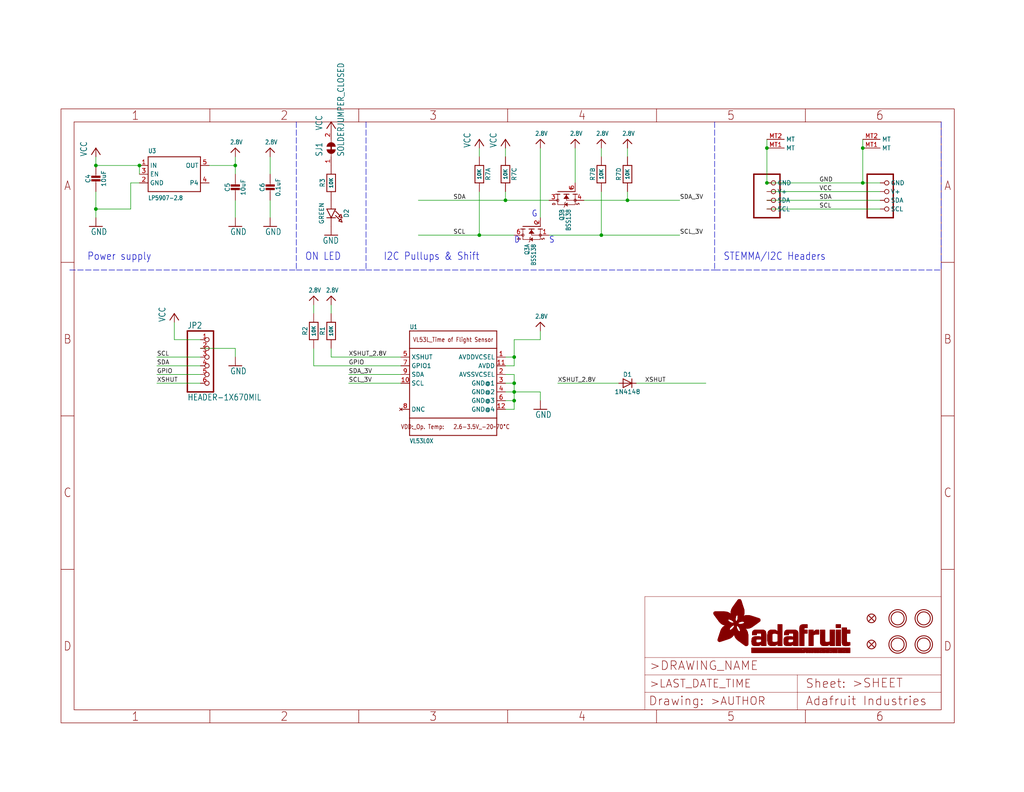
<source format=kicad_sch>
(kicad_sch (version 20211123) (generator eeschema)
  (paper "User" 298.45 231.013)
  (lib_symbols
    (symbol "schematicEagle-eagle-import:2.8V" (power)
      (property "Value" "2.8V" (at -1.524 1.016 0))
      (symbol "2.8V_1_0"
        (pin power_in line (at 0 -2.54 90) (length 2.54) (name "2.8V") (number "1"))
      )
    )
    (symbol "schematicEagle-eagle-import:CAP_CERAMIC0603_NO"
      (property "Reference" "C" (at -2.29 1.25 90))
      (property "Value" "CAP_CERAMIC0603_NO" (at 2.3 1.25 90))
      (symbol "CAP_CERAMIC0603_NO_1_0"
        (pin passive line (at 0 5.08 270) (length 2.54) (name "1") (number "1"))
        (pin passive line (at 0 -2.54 90) (length 2.54) (name "2") (number "2"))
      )
    )
    (symbol "schematicEagle-eagle-import:CAP_CERAMIC0805-NOOUTLINE"
      (property "Reference" "C" (at -2.29 1.25 90))
      (property "Value" "CAP_CERAMIC0805-NOOUTLINE" (at 2.3 1.25 90))
      (symbol "CAP_CERAMIC0805-NOOUTLINE_1_0"
        (pin passive line (at 0 5.08 270) (length 2.54) (name "1") (number "1"))
        (pin passive line (at 0 -2.54 90) (length 2.54) (name "2") (number "2"))
      )
    )
    (symbol "schematicEagle-eagle-import:DIODESOD-323"
      (property "Reference" "D" (at 0 2.54 0))
      (property "Value" "DIODESOD-323" (at 0 -2.5 0))
      (symbol "DIODESOD-323_1_0"
        (pin passive line (at -2.54 0 0) (length 2.54) (name "A") (number "A"))
        (pin passive line (at 2.54 0 180) (length 2.54) (name "C") (number "C"))
      )
    )
    (symbol "schematicEagle-eagle-import:FIDUCIAL_1MM")
    (symbol "schematicEagle-eagle-import:FRAME_A4_ADAFRUIT"
      (symbol "FRAME_A4_ADAFRUIT_0_0"
        (text "1" (at 21.6958 1.905 0) (effects (font (size 2.54 2.286))))
        (text "1" (at 21.6958 177.165 0) (effects (font (size 2.54 2.286))))
        (text "2" (at 65.0875 1.905 0) (effects (font (size 2.54 2.286))))
        (text "2" (at 65.0875 177.165 0) (effects (font (size 2.54 2.286))))
        (text "3" (at 108.4792 1.905 0) (effects (font (size 2.54 2.286))))
        (text "3" (at 108.4792 177.165 0) (effects (font (size 2.54 2.286))))
        (text "4" (at 151.8708 1.905 0) (effects (font (size 2.54 2.286))))
        (text "4" (at 151.8708 177.165 0) (effects (font (size 2.54 2.286))))
        (text "5" (at 195.2625 1.905 0) (effects (font (size 2.54 2.286))))
        (text "5" (at 195.2625 177.165 0) (effects (font (size 2.54 2.286))))
        (text "6" (at 238.6542 1.905 0) (effects (font (size 2.54 2.286))))
        (text "6" (at 238.6542 177.165 0) (effects (font (size 2.54 2.286))))
        (text "A" (at 1.905 156.6863 0) (effects (font (size 2.54 2.286))))
        (text "A" (at 258.445 156.6863 0) (effects (font (size 2.54 2.286))))
        (text "B" (at 1.905 111.9188 0) (effects (font (size 2.54 2.286))))
        (text "B" (at 258.445 111.9188 0) (effects (font (size 2.54 2.286))))
        (text "C" (at 1.905 67.1513 0) (effects (font (size 2.54 2.286))))
        (text "C" (at 258.445 67.1513 0) (effects (font (size 2.54 2.286))))
        (text "D" (at 1.905 22.3838 0) (effects (font (size 2.54 2.286))))
        (text "D" (at 258.445 22.3838 0) (effects (font (size 2.54 2.286))))
      )
      (symbol "FRAME_A4_ADAFRUIT_1_0"
        (text ">AUTHOR" (at 189.23 5.08 0) (effects (font (size 2.286 2.286)) (justify left bottom)))
        (text ">DRAWING_NAME" (at 171.45 15.24 0) (effects (font (size 2.54 2.54)) (justify left bottom)))
        (text ">LAST_DATE_TIME" (at 171.45 10.16 0) (effects (font (size 2.286 2.286)) (justify left bottom)))
        (text ">SHEET" (at 230.505 10.16 0) (effects (font (size 2.54 2.54)) (justify left bottom)))
        (text "Adafruit Industries" (at 216.916 4.953 0) (effects (font (size 2.54 2.54)) (justify left bottom)))
        (text "Drawing:" (at 171.196 4.953 0) (effects (font (size 2.54 2.54)) (justify left bottom)))
        (text "Sheet:" (at 216.916 10.033 0) (effects (font (size 2.54 2.54)) (justify left bottom)))
      )
    )
    (symbol "schematicEagle-eagle-import:GND" (power)
      (property "Value" "GND" (at -2.54 -2.54 0))
      (symbol "GND_1_0"
        (pin power_in line (at 0 2.54 270) (length 2.54) (name "GND") (number "1"))
      )
    )
    (symbol "schematicEagle-eagle-import:HEADER-1X670MIL"
      (property "Reference" "JP" (at -6.35 10.795 0))
      (property "Value" "HEADER-1X670MIL" (at -6.35 -10.16 0))
      (symbol "HEADER-1X670MIL_1_0"
        (pin passive inverted (at -2.54 7.62 0) (length 2.54) (name "1") (number "1"))
        (pin passive inverted (at -2.54 5.08 0) (length 2.54) (name "2") (number "2"))
        (pin passive inverted (at -2.54 2.54 0) (length 2.54) (name "3") (number "3"))
        (pin passive inverted (at -2.54 0 0) (length 2.54) (name "4") (number "4"))
        (pin passive inverted (at -2.54 -2.54 0) (length 2.54) (name "5") (number "5"))
        (pin passive inverted (at -2.54 -5.08 0) (length 2.54) (name "6") (number "6"))
      )
    )
    (symbol "schematicEagle-eagle-import:LED0603_NOOUTLINE"
      (property "Reference" "D" (at -1.27 4.445 0))
      (property "Value" "LED0603_NOOUTLINE" (at -1.27 -2.794 0))
      (symbol "LED0603_NOOUTLINE_1_0"
        (pin passive line (at -5.08 0 0) (length 2.54) (name "A") (number "A"))
        (pin passive line (at 2.54 0 180) (length 2.54) (name "C") (number "C"))
      )
    )
    (symbol "schematicEagle-eagle-import:MOSFET-N_DUAL"
      (property "Reference" "Q" (at 5.08 0.635 0))
      (property "Value" "MOSFET-N_DUAL" (at 5.08 -1.27 0))
      (symbol "MOSFET-N_DUAL_1_0"
        (text "D" (at 3.175 3.175 0) (effects (font (size 0.8128 0.6908)) (justify left bottom)))
        (text "G" (at -1.27 -1.905 0) (effects (font (size 0.8128 0.6908)) (justify left bottom)))
        (text "S" (at 3.175 -3.81 0) (effects (font (size 0.8128 0.6908)) (justify left bottom)))
        (pin bidirectional line (at 2.54 -5.08 90) (length 2.54) (name "S") (number "1"))
        (pin bidirectional line (at -2.54 -2.54 0) (length 2.54) (name "G") (number "2"))
        (pin bidirectional line (at 2.54 5.08 270) (length 2.54) (name "D") (number "6"))
      )
      (symbol "MOSFET-N_DUAL_2_0"
        (text "D" (at 3.175 3.175 0) (effects (font (size 0.8128 0.6908)) (justify left bottom)))
        (text "G" (at -1.27 -1.905 0) (effects (font (size 0.8128 0.6908)) (justify left bottom)))
        (text "S" (at 3.175 -3.81 0) (effects (font (size 0.8128 0.6908)) (justify left bottom)))
        (pin bidirectional line (at 2.54 5.08 270) (length 2.54) (name "D") (number "3"))
        (pin bidirectional line (at 2.54 -5.08 90) (length 2.54) (name "S") (number "4"))
        (pin bidirectional line (at -2.54 -2.54 0) (length 2.54) (name "G") (number "5"))
      )
    )
    (symbol "schematicEagle-eagle-import:MOUNTINGHOLE2.5")
    (symbol "schematicEagle-eagle-import:RESISTOR_0603_NOOUT"
      (property "Reference" "R" (at 0 2.54 0))
      (property "Value" "RESISTOR_0603_NOOUT" (at 0 0 0))
      (symbol "RESISTOR_0603_NOOUT_1_0"
        (pin passive line (at -5.08 0 0) (length 2.54) (name "1") (number "1"))
        (pin passive line (at 5.08 0 180) (length 2.54) (name "2") (number "2"))
      )
    )
    (symbol "schematicEagle-eagle-import:RESISTOR_4PACK"
      (property "Reference" "R" (at 0 2.54 0))
      (property "Value" "RESISTOR_4PACK" (at 0 0 0))
      (symbol "RESISTOR_4PACK_1_0"
        (pin passive line (at -5.08 0 0) (length 2.54) (name "1") (number "1"))
        (pin passive line (at 5.08 0 180) (length 2.54) (name "2") (number "8"))
      )
      (symbol "RESISTOR_4PACK_2_0"
        (pin passive line (at -5.08 0 0) (length 2.54) (name "1") (number "2"))
        (pin passive line (at 5.08 0 180) (length 2.54) (name "2") (number "7"))
      )
      (symbol "RESISTOR_4PACK_3_0"
        (pin passive line (at -5.08 0 0) (length 2.54) (name "1") (number "3"))
        (pin passive line (at 5.08 0 180) (length 2.54) (name "2") (number "6"))
      )
      (symbol "RESISTOR_4PACK_4_0"
        (pin passive line (at -5.08 0 0) (length 2.54) (name "1") (number "4"))
        (pin passive line (at 5.08 0 180) (length 2.54) (name "2") (number "5"))
      )
    )
    (symbol "schematicEagle-eagle-import:SOLDERJUMPER_CLOSED"
      (property "Reference" "SJ" (at -2.54 2.54 0))
      (property "Value" "SOLDERJUMPER_CLOSED" (at -2.54 -3.81 0))
      (symbol "SOLDERJUMPER_CLOSED_1_0"
        (pin passive line (at -5.08 0 0) (length 2.54) (name "1") (number "1"))
        (pin passive line (at 5.08 0 180) (length 2.54) (name "2") (number "2"))
      )
    )
    (symbol "schematicEagle-eagle-import:STEMMA_I2C_QT"
      (symbol "STEMMA_I2C_QT_1_0"
        (pin passive inverted (at 0 5.08 0) (length 2.54) (name "GND") (number "1"))
        (pin passive inverted (at 0 2.54 0) (length 2.54) (name "V+") (number "2"))
        (pin passive inverted (at 0 0 0) (length 2.54) (name "SDA") (number "3"))
        (pin passive inverted (at 0 -2.54 0) (length 2.54) (name "SCL") (number "4"))
      )
      (symbol "STEMMA_I2C_QT_2_0"
        (pin bidirectional line (at 0 0 0) (length 5.08) (name "MT") (number "MT1"))
      )
      (symbol "STEMMA_I2C_QT_3_0"
        (pin bidirectional line (at 0 0 0) (length 5.08) (name "MT") (number "MT2"))
      )
    )
    (symbol "schematicEagle-eagle-import:VCC" (power)
      (property "Value" "VCC" (at -2.54 -2.54 90))
      (symbol "VCC_1_0"
        (pin power_in line (at 0 -2.54 90) (length 2.54) (name "VCC") (number "1"))
      )
    )
    (symbol "schematicEagle-eagle-import:VL53L0X"
      (property "Reference" "U" (at -12.7 15.7226 0))
      (property "Value" "VL53L0X" (at -12.7 -17.5514 0))
      (symbol "VL53L0X_1_0"
        (text "2.6-3.5V_-20~70°C" (at 0 -12.7 0) (effects (font (size 1.27 1.0795)) (justify left)))
        (text "VDD:_Op. Temp:" (at -2.54 -12.7 0) (effects (font (size 1.27 1.0795)) (justify right)))
        (text "VL53L_Time of Flight Sensor" (at 0 12.7 0) (effects (font (size 1.27 1.0795))))
        (pin power_in line (at 15.24 7.62 180) (length 2.54) (name "AVDDVCSEL") (number "1"))
        (pin open_collector line (at -15.24 0 0) (length 2.54) (name "SCL") (number "10"))
        (pin power_in line (at 15.24 5.08 180) (length 2.54) (name "AVDD") (number "11"))
        (pin power_in line (at 15.24 -7.62 180) (length 2.54) (name "GND@4") (number "12"))
        (pin power_in line (at 15.24 2.54 180) (length 2.54) (name "AVSSVCSEL") (number "2"))
        (pin power_in line (at 15.24 0 180) (length 2.54) (name "GND@1") (number "3"))
        (pin power_in line (at 15.24 -2.54 180) (length 2.54) (name "GND@2") (number "4"))
        (pin input line (at -15.24 7.62 0) (length 2.54) (name "XSHUT") (number "5"))
        (pin power_in line (at 15.24 -5.08 180) (length 2.54) (name "GND@3") (number "6"))
        (pin output line (at -15.24 5.08 0) (length 2.54) (name "GPIO1") (number "7"))
        (pin no_connect line (at -15.24 -7.62 0) (length 2.54) (name "DNC") (number "8"))
        (pin open_collector line (at -15.24 2.54 0) (length 2.54) (name "SDA") (number "9"))
      )
    )
    (symbol "schematicEagle-eagle-import:VREG_SOT23-5"
      (property "Reference" "U" (at -7.62 6.096 0))
      (property "Value" "VREG_SOT23-5" (at -7.62 -7.62 0))
      (symbol "VREG_SOT23-5_1_0"
        (pin power_in line (at -10.16 2.54 0) (length 2.54) (name "IN") (number "1"))
        (pin power_in line (at -10.16 -2.54 0) (length 2.54) (name "GND") (number "2"))
        (pin input line (at -10.16 0 0) (length 2.54) (name "EN") (number "3"))
        (pin bidirectional line (at 10.16 -2.54 180) (length 2.54) (name "P4") (number "4"))
        (pin power_in line (at 10.16 2.54 180) (length 2.54) (name "OUT") (number "5"))
      )
    )
  )
  (junction (at 147.32 58.42))
  (junction (at 139.7 68.58))
  (junction (at 182.88 58.42))
  (junction (at 223.52 43.18))
  (junction (at 223.52 53.34))
  (junction (at 149.86 111.76))
  (junction (at 27.94 60.96))
  (junction (at 149.86 114.3))
  (junction (at 149.86 104.14))
  (junction (at 251.46 53.34))
  (junction (at 68.58 48.26))
  (junction (at 175.26 68.58))
  (junction (at 40.64 48.26))
  (junction (at 27.94 48.26))
  (junction (at 149.86 116.84))
  (junction (at 251.46 43.18))
  (wire (pts (xy 149.86 104.14) (xy 149.86 99.06)))
  (wire (pts (xy 27.94 60.96) (xy 27.94 63.5)))
  (wire (pts (xy 91.44 91.44) (xy 91.44 88.9)))
  (polyline (pts (xy 106.68 78.74) (xy 208.28 78.74)))
  (wire (pts (xy 180.34 111.76) (xy 162.56 111.76)))
  (wire (pts (xy 256.54 58.42) (xy 223.52 58.42)))
  (wire (pts (xy 58.42 104.14) (xy 45.72 104.14)))
  (wire (pts (xy 205.74 111.76) (xy 185.42 111.76)))
  (wire (pts (xy 170.18 58.42) (xy 182.88 58.42)))
  (wire (pts (xy 182.88 45.72) (xy 182.88 43.18)))
  (polyline (pts (xy 106.68 35.56) (xy 106.68 78.74)))
  (wire (pts (xy 147.32 111.76) (xy 149.86 111.76)))
  (wire (pts (xy 38.1 53.34) (xy 38.1 60.96)))
  (wire (pts (xy 147.32 104.14) (xy 149.86 104.14)))
  (wire (pts (xy 157.48 114.3) (xy 157.48 116.84)))
  (wire (pts (xy 147.32 55.88) (xy 147.32 58.42)))
  (wire (pts (xy 149.86 111.76) (xy 149.86 114.3)))
  (wire (pts (xy 78.74 58.42) (xy 78.74 63.5)))
  (wire (pts (xy 149.86 109.22) (xy 149.86 111.76)))
  (wire (pts (xy 149.86 68.58) (xy 139.7 68.58)))
  (wire (pts (xy 116.84 109.22) (xy 101.6 109.22)))
  (wire (pts (xy 116.84 106.68) (xy 91.44 106.68)))
  (polyline (pts (xy 86.36 78.74) (xy 106.68 78.74)))
  (wire (pts (xy 139.7 68.58) (xy 121.92 68.58)))
  (wire (pts (xy 251.46 43.18) (xy 251.46 53.34)))
  (wire (pts (xy 149.86 114.3) (xy 157.48 114.3)))
  (wire (pts (xy 40.64 48.26) (xy 27.94 48.26)))
  (wire (pts (xy 147.32 116.84) (xy 149.86 116.84)))
  (wire (pts (xy 182.88 58.42) (xy 198.12 58.42)))
  (wire (pts (xy 147.32 114.3) (xy 149.86 114.3)))
  (wire (pts (xy 223.52 55.88) (xy 256.54 55.88)))
  (wire (pts (xy 38.1 60.96) (xy 27.94 60.96)))
  (wire (pts (xy 68.58 101.6) (xy 68.58 104.14)))
  (wire (pts (xy 149.86 106.68) (xy 149.86 104.14)))
  (wire (pts (xy 160.02 58.42) (xy 147.32 58.42)))
  (polyline (pts (xy 208.28 35.56) (xy 208.28 78.74)))
  (wire (pts (xy 60.96 48.26) (xy 68.58 48.26)))
  (wire (pts (xy 175.26 68.58) (xy 198.12 68.58)))
  (wire (pts (xy 27.94 45.72) (xy 27.94 48.26)))
  (wire (pts (xy 58.42 101.6) (xy 68.58 101.6)))
  (wire (pts (xy 147.32 119.38) (xy 149.86 119.38)))
  (wire (pts (xy 147.32 45.72) (xy 147.32 43.18)))
  (wire (pts (xy 149.86 116.84) (xy 149.86 114.3)))
  (wire (pts (xy 139.7 55.88) (xy 139.7 68.58)))
  (wire (pts (xy 157.48 99.06) (xy 157.48 96.52)))
  (wire (pts (xy 175.26 45.72) (xy 175.26 43.18)))
  (polyline (pts (xy 86.36 35.56) (xy 86.36 78.74)))
  (wire (pts (xy 68.58 48.26) (xy 68.58 45.72)))
  (wire (pts (xy 147.32 109.22) (xy 149.86 109.22)))
  (wire (pts (xy 50.8 99.06) (xy 50.8 93.98)))
  (wire (pts (xy 223.52 40.64) (xy 223.52 43.18)))
  (wire (pts (xy 175.26 55.88) (xy 175.26 68.58)))
  (wire (pts (xy 147.32 106.68) (xy 149.86 106.68)))
  (wire (pts (xy 78.74 45.72) (xy 78.74 50.8)))
  (wire (pts (xy 160.02 68.58) (xy 175.26 68.58)))
  (wire (pts (xy 96.52 91.44) (xy 96.52 88.9)))
  (wire (pts (xy 223.52 43.18) (xy 223.52 53.34)))
  (wire (pts (xy 58.42 106.68) (xy 45.72 106.68)))
  (wire (pts (xy 91.44 106.68) (xy 91.44 101.6)))
  (wire (pts (xy 256.54 53.34) (xy 251.46 53.34)))
  (wire (pts (xy 58.42 111.76) (xy 45.72 111.76)))
  (wire (pts (xy 40.64 50.8) (xy 40.64 48.26)))
  (polyline (pts (xy 274.32 35.56) (xy 274.32 78.74)))
  (wire (pts (xy 147.32 58.42) (xy 121.92 58.42)))
  (wire (pts (xy 58.42 99.06) (xy 50.8 99.06)))
  (wire (pts (xy 139.7 43.18) (xy 139.7 45.72)))
  (polyline (pts (xy 208.28 78.74) (xy 274.32 78.74)))
  (wire (pts (xy 40.64 53.34) (xy 38.1 53.34)))
  (wire (pts (xy 27.94 60.96) (xy 27.94 55.88)))
  (wire (pts (xy 149.86 99.06) (xy 157.48 99.06)))
  (wire (pts (xy 251.46 53.34) (xy 223.52 53.34)))
  (wire (pts (xy 96.52 104.14) (xy 96.52 101.6)))
  (wire (pts (xy 251.46 40.64) (xy 251.46 43.18)))
  (polyline (pts (xy 20.32 78.74) (xy 86.36 78.74)))
  (wire (pts (xy 149.86 119.38) (xy 149.86 116.84)))
  (wire (pts (xy 68.58 58.42) (xy 68.58 63.5)))
  (wire (pts (xy 58.42 109.22) (xy 45.72 109.22)))
  (wire (pts (xy 116.84 111.76) (xy 101.6 111.76)))
  (wire (pts (xy 182.88 55.88) (xy 182.88 58.42)))
  (wire (pts (xy 167.64 53.34) (xy 167.64 43.18)))
  (wire (pts (xy 223.52 60.96) (xy 256.54 60.96)))
  (wire (pts (xy 157.48 63.5) (xy 157.48 43.18)))
  (wire (pts (xy 116.84 104.14) (xy 96.52 104.14)))
  (wire (pts (xy 68.58 48.26) (xy 68.58 50.8)))
  (text "ON LED" (at 88.9 76.2 180) (effects (font (size 2.1844 1.8567)) (justify left bottom)))
  (text "S" (at 160.02 71.12 180) (effects (font (size 1.778 1.5113)) (justify left bottom)))
  (text "Power supply" (at 25.4 76.2 180) (effects (font (size 2.1844 1.8567)) (justify left bottom)))
  (text "I2C Pullups & Shift" (at 111.76 76.2 180) (effects (font (size 2.1844 1.8567)) (justify left bottom)))
  (text "G" (at 154.94 63.5 180) (effects (font (size 1.778 1.5113)) (justify left bottom)))
  (text "STEMMA/I2C Headers" (at 210.82 76.2 180) (effects (font (size 2.1844 1.8567)) (justify left bottom)))
  (text "D" (at 149.86 71.12 180) (effects (font (size 1.778 1.5113)) (justify left bottom)))
  (label "GND" (at 238.76 53.34 0) (effects (font (size 1.2446 1.2446))))
  (label "SCL" (at 238.76 60.96 0) (effects (font (size 1.2446 1.2446))))
  (label "SDA" (at 132.08 58.42 0) (effects (font (size 1.2446 1.2446))))
  (label "SCL" (at 132.08 68.58 0) (effects (font (size 1.2446 1.2446))))
  (label "XSHUT_2.8V" (at 162.56 111.76 0) (effects (font (size 1.2446 1.2446))))
  (label "SCL_3V" (at 101.6 111.76 0) (effects (font (size 1.2446 1.2446))))
  (label "GPIO" (at 45.72 109.22 0) (effects (font (size 1.2446 1.2446))))
  (label "SDA" (at 238.76 58.42 0) (effects (font (size 1.2446 1.2446))))
  (label "SDA_3V" (at 198.12 58.42 0) (effects (font (size 1.2446 1.2446))))
  (label "XSHUT_2.8V" (at 101.6 104.14 0) (effects (font (size 1.2446 1.2446))))
  (label "XSHUT" (at 45.72 111.76 0) (effects (font (size 1.2446 1.2446))))
  (label "VCC" (at 238.76 55.88 0) (effects (font (size 1.2446 1.2446))))
  (label "SCL" (at 45.72 104.14 0) (effects (font (size 1.2446 1.2446))))
  (label "XSHUT" (at 187.96 111.76 0) (effects (font (size 1.2446 1.2446))))
  (label "SDA_3V" (at 101.6 109.22 0) (effects (font (size 1.2446 1.2446))))
  (label "GPIO" (at 101.6 106.68 0) (effects (font (size 1.2446 1.2446))))
  (label "SDA" (at 45.72 106.68 0) (effects (font (size 1.2446 1.2446))))
  (label "SCL_3V" (at 198.12 68.58 0) (effects (font (size 1.2446 1.2446))))
  (symbol (lib_id "schematicEagle-eagle-import:VCC") (at 147.32 40.64 0) (unit 1)
    (property "Reference" "#P+2" (effects hide))
    (property "Value" "VCC" (at 144.78 43.18 90) (effects (font (size 1.778 1.5113)) (justify left bottom)))
    (property "Footprint" "schematicEagle:" (effects hide))
  )
  (symbol (lib_id "schematicEagle-eagle-import:FRAME_A4_ADAFRUIT") (at 17.78 210.82 0) (unit 1)
    (property "Reference" "#U$32" (effects hide))
    (property "Value" "FRAME_A4_ADAFRUIT" (effects hide))
    (property "Footprint" "schematicEagle:" (effects hide))
  )
  (symbol (lib_id "schematicEagle-eagle-import:RESISTOR_4PACK") (at 182.88 50.8 90) (mirror x) (unit 4)
    (property "Reference" "R7" (at 180.34 50.8 0))
    (property "Value" "10K" (at 182.88 50.8 0) (effects (font (size 1.016 1.016) bold)))
    (property "Footprint" "schematicEagle:RESPACK_4X0603" (effects hide))
  )
  (symbol (lib_id "schematicEagle-eagle-import:DIODESOD-323") (at 182.88 111.76 0) (unit 1)
    (property "Reference" "D1" (at 182.88 109.22 0))
    (property "Value" "1N4148" (at 182.88 114.26 0))
    (property "Footprint" "schematicEagle:SOD-323" (effects hide))
  )
  (symbol (lib_id "schematicEagle-eagle-import:VL53L0X") (at 132.08 111.76 0) (unit 1)
    (property "Reference" "U1" (at 119.38 96.0374 0) (effects (font (size 1.27 1.0795)) (justify left bottom)))
    (property "Value" "VL53L0X" (at 119.38 129.3114 0) (effects (font (size 1.27 1.0795)) (justify left bottom)))
    (property "Footprint" "schematicEagle:LGA12_ST" (effects hide))
  )
  (symbol (lib_id "schematicEagle-eagle-import:GND") (at 27.94 66.04 0) (unit 1)
    (property "Reference" "#U$19" (effects hide))
    (property "Value" "GND" (at 26.416 68.58 0) (effects (font (size 1.778 1.5113)) (justify left bottom)))
    (property "Footprint" "schematicEagle:" (effects hide))
  )
  (symbol (lib_id "schematicEagle-eagle-import:VCC") (at 139.7 40.64 0) (unit 1)
    (property "Reference" "#P+1" (effects hide))
    (property "Value" "VCC" (at 137.16 43.18 90) (effects (font (size 1.778 1.5113)) (justify left bottom)))
    (property "Footprint" "schematicEagle:" (effects hide))
  )
  (symbol (lib_id "schematicEagle-eagle-import:VCC") (at 27.94 43.18 0) (unit 1)
    (property "Reference" "#P+3" (effects hide))
    (property "Value" "VCC" (at 25.4 45.72 90) (effects (font (size 1.778 1.5113)) (justify left bottom)))
    (property "Footprint" "schematicEagle:" (effects hide))
  )
  (symbol (lib_id "schematicEagle-eagle-import:2.8V") (at 96.52 86.36 0) (unit 1)
    (property "Reference" "#U$10" (effects hide))
    (property "Value" "2.8V" (at 94.996 85.344 0) (effects (font (size 1.27 1.0795)) (justify left bottom)))
    (property "Footprint" "schematicEagle:" (effects hide))
  )
  (symbol (lib_id "schematicEagle-eagle-import:FIDUCIAL_1MM") (at 254 187.96 0) (unit 1)
    (property "Reference" "FID1" (effects hide))
    (property "Value" "FIDUCIAL_1MM" (effects hide))
    (property "Footprint" "schematicEagle:FIDUCIAL_1MM" (effects hide))
  )
  (symbol (lib_id "schematicEagle-eagle-import:2.8V") (at 182.88 40.64 0) (unit 1)
    (property "Reference" "#U$27" (effects hide))
    (property "Value" "2.8V" (at 181.356 39.624 0) (effects (font (size 1.27 1.0795)) (justify left bottom)))
    (property "Footprint" "schematicEagle:" (effects hide))
  )
  (symbol (lib_id "schematicEagle-eagle-import:RESISTOR_4PACK") (at 175.26 50.8 90) (mirror x) (unit 2)
    (property "Reference" "R7" (at 172.72 50.8 0))
    (property "Value" "10K" (at 175.26 50.8 0) (effects (font (size 1.016 1.016) bold)))
    (property "Footprint" "schematicEagle:RESPACK_4X0603" (effects hide))
  )
  (symbol (lib_id "schematicEagle-eagle-import:MOUNTINGHOLE2.5") (at 269.24 187.96 0) (unit 1)
    (property "Reference" "U$34" (effects hide))
    (property "Value" "MOUNTINGHOLE2.5" (effects hide))
    (property "Footprint" "schematicEagle:MOUNTINGHOLE_2.5_PLATED" (effects hide))
  )
  (symbol (lib_id "schematicEagle-eagle-import:RESISTOR_4PACK") (at 147.32 50.8 270) (unit 3)
    (property "Reference" "R7" (at 149.86 50.8 0))
    (property "Value" "10K" (at 147.32 50.8 0) (effects (font (size 1.016 1.016) bold)))
    (property "Footprint" "schematicEagle:RESPACK_4X0603" (effects hide))
  )
  (symbol (lib_id "schematicEagle-eagle-import:SOLDERJUMPER_CLOSED") (at 96.52 43.18 90) (unit 1)
    (property "Reference" "SJ1" (at 93.98 45.72 0) (effects (font (size 1.778 1.5113)) (justify left bottom)))
    (property "Value" "SOLDERJUMPER_CLOSED" (at 100.33 45.72 0) (effects (font (size 1.778 1.5113)) (justify left bottom)))
    (property "Footprint" "schematicEagle:SOLDERJUMPER_CLOSEDWIRE" (effects hide))
  )
  (symbol (lib_id "schematicEagle-eagle-import:GND") (at 78.74 66.04 0) (unit 1)
    (property "Reference" "#U$21" (effects hide))
    (property "Value" "GND" (at 77.216 68.58 0) (effects (font (size 1.778 1.5113)) (justify left bottom)))
    (property "Footprint" "schematicEagle:" (effects hide))
  )
  (symbol (lib_id "schematicEagle-eagle-import:2.8V") (at 78.74 43.18 0) (unit 1)
    (property "Reference" "#U$40" (effects hide))
    (property "Value" "2.8V" (at 77.216 42.164 0) (effects (font (size 1.27 1.0795)) (justify left bottom)))
    (property "Footprint" "schematicEagle:" (effects hide))
  )
  (symbol (lib_id "schematicEagle-eagle-import:VREG_SOT23-5") (at 50.8 50.8 0) (unit 1)
    (property "Reference" "U3" (at 43.18 44.704 0) (effects (font (size 1.27 1.0795)) (justify left bottom)))
    (property "Value" "LP5907-2.8" (at 43.18 58.42 0) (effects (font (size 1.27 1.0795)) (justify left bottom)))
    (property "Footprint" "schematicEagle:SOT23-5" (effects hide))
  )
  (symbol (lib_id "schematicEagle-eagle-import:VCC") (at 96.52 35.56 0) (unit 1)
    (property "Reference" "#P+5" (effects hide))
    (property "Value" "VCC" (at 93.98 38.1 90) (effects (font (size 1.778 1.5113)) (justify left bottom)))
    (property "Footprint" "schematicEagle:" (effects hide))
  )
  (symbol (lib_id "schematicEagle-eagle-import:LED0603_NOOUTLINE") (at 96.52 63.5 270) (unit 1)
    (property "Reference" "D2" (at 100.965 62.23 0))
    (property "Value" "GREEN" (at 93.726 62.23 0))
    (property "Footprint" "schematicEagle:CHIPLED_0603_NOOUTLINE" (effects hide))
  )
  (symbol (lib_id "schematicEagle-eagle-import:2.8V") (at 175.26 40.64 0) (unit 1)
    (property "Reference" "#U$26" (effects hide))
    (property "Value" "2.8V" (at 173.736 39.624 0) (effects (font (size 1.27 1.0795)) (justify left bottom)))
    (property "Footprint" "schematicEagle:" (effects hide))
  )
  (symbol (lib_id "schematicEagle-eagle-import:CAP_CERAMIC0805-NOOUTLINE") (at 68.58 55.88 0) (unit 1)
    (property "Reference" "C5" (at 66.29 54.63 90))
    (property "Value" "10uF" (at 70.88 54.63 90))
    (property "Footprint" "schematicEagle:0805-NO" (effects hide))
  )
  (symbol (lib_id "schematicEagle-eagle-import:RESISTOR_0603_NOOUT") (at 96.52 96.52 90) (unit 1)
    (property "Reference" "R1" (at 93.98 96.52 0))
    (property "Value" "10K" (at 96.52 96.52 0) (effects (font (size 1.016 1.016) bold)))
    (property "Footprint" "schematicEagle:0603-NO" (effects hide))
  )
  (symbol (lib_id "schematicEagle-eagle-import:2.8V") (at 68.58 43.18 0) (unit 1)
    (property "Reference" "#U$23" (effects hide))
    (property "Value" "2.8V" (at 67.056 42.164 0) (effects (font (size 1.27 1.0795)) (justify left bottom)))
    (property "Footprint" "schematicEagle:" (effects hide))
  )
  (symbol (lib_id "schematicEagle-eagle-import:STEMMA_I2C_QT") (at 223.52 40.64 0) (unit 3)
    (property "Reference" "CONN3" (effects hide))
    (property "Value" "STEMMA_I2C_QT" (effects hide))
    (property "Footprint" "schematicEagle:JST_SH4" (effects hide))
  )
  (symbol (lib_id "schematicEagle-eagle-import:MOUNTINGHOLE2.5") (at 269.24 180.34 0) (unit 1)
    (property "Reference" "U$33" (effects hide))
    (property "Value" "MOUNTINGHOLE2.5" (effects hide))
    (property "Footprint" "schematicEagle:MOUNTINGHOLE_2.5_PLATED" (effects hide))
  )
  (symbol (lib_id "schematicEagle-eagle-import:2.8V") (at 157.48 93.98 0) (unit 1)
    (property "Reference" "#U$16" (effects hide))
    (property "Value" "2.8V" (at 155.956 92.964 0) (effects (font (size 1.27 1.0795)) (justify left bottom)))
    (property "Footprint" "schematicEagle:" (effects hide))
  )
  (symbol (lib_id "schematicEagle-eagle-import:VCC") (at 50.8 91.44 0) (unit 1)
    (property "Reference" "#P+4" (effects hide))
    (property "Value" "VCC" (at 48.26 93.98 90) (effects (font (size 1.778 1.5113)) (justify left bottom)))
    (property "Footprint" "schematicEagle:" (effects hide))
  )
  (symbol (lib_id "schematicEagle-eagle-import:2.8V") (at 157.48 40.64 0) (unit 1)
    (property "Reference" "#U$24" (effects hide))
    (property "Value" "2.8V" (at 155.956 39.624 0) (effects (font (size 1.27 1.0795)) (justify left bottom)))
    (property "Footprint" "schematicEagle:" (effects hide))
  )
  (symbol (lib_id "schematicEagle-eagle-import:STEMMA_I2C_QT") (at 256.54 58.42 0) (unit 1)
    (property "Reference" "CONN4" (effects hide))
    (property "Value" "STEMMA_I2C_QT" (effects hide))
    (property "Footprint" "schematicEagle:JST_SH4" (effects hide))
  )
  (symbol (lib_id "schematicEagle-eagle-import:CAP_CERAMIC0805-NOOUTLINE") (at 27.94 53.34 0) (unit 1)
    (property "Reference" "C4" (at 25.65 52.09 90))
    (property "Value" "10uF" (at 30.24 52.09 90))
    (property "Footprint" "schematicEagle:0805-NO" (effects hide))
  )
  (symbol (lib_id "schematicEagle-eagle-import:CAP_CERAMIC0603_NO") (at 78.74 55.88 0) (unit 1)
    (property "Reference" "C6" (at 76.45 54.63 90))
    (property "Value" "0.1uF" (at 81.04 54.63 90))
    (property "Footprint" "schematicEagle:0603-NO" (effects hide))
  )
  (symbol (lib_id "schematicEagle-eagle-import:MOSFET-N_DUAL") (at 154.94 66.04 90) (mirror x) (unit 1)
    (property "Reference" "Q3" (at 154.305 71.12 0) (effects (font (size 1.27 1.0795)) (justify left bottom)))
    (property "Value" "BSS138" (at 156.21 71.12 0) (effects (font (size 1.27 1.0795)) (justify left bottom)))
    (property "Footprint" "schematicEagle:SOT363" (effects hide))
  )
  (symbol (lib_id "schematicEagle-eagle-import:RESISTOR_4PACK") (at 139.7 50.8 270) (unit 1)
    (property "Reference" "R7" (at 142.24 50.8 0))
    (property "Value" "10K" (at 139.7 50.8 0) (effects (font (size 1.016 1.016) bold)))
    (property "Footprint" "schematicEagle:RESPACK_4X0603" (effects hide))
  )
  (symbol (lib_id "schematicEagle-eagle-import:FIDUCIAL_1MM") (at 254 180.34 0) (unit 1)
    (property "Reference" "FID4" (effects hide))
    (property "Value" "FIDUCIAL_1MM" (effects hide))
    (property "Footprint" "schematicEagle:FIDUCIAL_1MM" (effects hide))
  )
  (symbol (lib_id "schematicEagle-eagle-import:STEMMA_I2C_QT") (at 251.46 43.18 0) (unit 2)
    (property "Reference" "CONN4" (effects hide))
    (property "Value" "STEMMA_I2C_QT" (effects hide))
    (property "Footprint" "schematicEagle:JST_SH4" (effects hide))
  )
  (symbol (lib_id "schematicEagle-eagle-import:MOUNTINGHOLE2.5") (at 261.62 187.96 0) (unit 1)
    (property "Reference" "U$30" (effects hide))
    (property "Value" "MOUNTINGHOLE2.5" (effects hide))
    (property "Footprint" "schematicEagle:MOUNTINGHOLE_2.5_PLATED" (effects hide))
  )
  (symbol (lib_id "schematicEagle-eagle-import:2.8V") (at 167.64 40.64 0) (unit 1)
    (property "Reference" "#U$25" (effects hide))
    (property "Value" "2.8V" (at 166.116 39.624 0) (effects (font (size 1.27 1.0795)) (justify left bottom)))
    (property "Footprint" "schematicEagle:" (effects hide))
  )
  (symbol (lib_id "schematicEagle-eagle-import:RESISTOR_0603_NOOUT") (at 91.44 96.52 90) (unit 1)
    (property "Reference" "R2" (at 88.9 96.52 0))
    (property "Value" "10K" (at 91.44 96.52 0) (effects (font (size 1.016 1.016) bold)))
    (property "Footprint" "schematicEagle:0603-NO" (effects hide))
  )
  (symbol (lib_id "schematicEagle-eagle-import:2.8V") (at 91.44 86.36 0) (unit 1)
    (property "Reference" "#U$9" (effects hide))
    (property "Value" "2.8V" (at 89.916 85.344 0) (effects (font (size 1.27 1.0795)) (justify left bottom)))
    (property "Footprint" "schematicEagle:" (effects hide))
  )
  (symbol (lib_id "schematicEagle-eagle-import:RESISTOR_0603_NOOUT") (at 96.52 53.34 90) (unit 1)
    (property "Reference" "R3" (at 93.98 53.34 0))
    (property "Value" "10K" (at 96.52 53.34 0) (effects (font (size 1.016 1.016) bold)))
    (property "Footprint" "schematicEagle:0603-NO" (effects hide))
  )
  (symbol (lib_id "schematicEagle-eagle-import:GND") (at 68.58 106.68 0) (unit 1)
    (property "Reference" "#U$22" (effects hide))
    (property "Value" "GND" (at 67.056 109.22 0) (effects (font (size 1.778 1.5113)) (justify left bottom)))
    (property "Footprint" "schematicEagle:" (effects hide))
  )
  (symbol (lib_id "schematicEagle-eagle-import:STEMMA_I2C_QT") (at 251.46 40.64 0) (unit 3)
    (property "Reference" "CONN4" (effects hide))
    (property "Value" "STEMMA_I2C_QT" (effects hide))
    (property "Footprint" "schematicEagle:JST_SH4" (effects hide))
  )
  (symbol (lib_id "schematicEagle-eagle-import:STEMMA_I2C_QT") (at 223.52 58.42 0) (unit 1)
    (property "Reference" "CONN3" (effects hide))
    (property "Value" "STEMMA_I2C_QT" (effects hide))
    (property "Footprint" "schematicEagle:JST_SH4" (effects hide))
  )
  (symbol (lib_id "schematicEagle-eagle-import:STEMMA_I2C_QT") (at 223.52 43.18 0) (unit 2)
    (property "Reference" "CONN3" (effects hide))
    (property "Value" "STEMMA_I2C_QT" (effects hide))
    (property "Footprint" "schematicEagle:JST_SH4" (effects hide))
  )
  (symbol (lib_id "schematicEagle-eagle-import:HEADER-1X670MIL") (at 60.96 106.68 0) (unit 1)
    (property "Reference" "JP2" (at 54.61 95.885 0) (effects (font (size 1.778 1.5113)) (justify left bottom)))
    (property "Value" "HEADER-1X670MIL" (at 54.61 116.84 0) (effects (font (size 1.778 1.5113)) (justify left bottom)))
    (property "Footprint" "schematicEagle:1X06_ROUND_70" (effects hide))
  )
  (symbol (lib_id "schematicEagle-eagle-import:GND") (at 96.52 68.58 0) (unit 1)
    (property "Reference" "#GND6" (effects hide))
    (property "Value" "GND" (at 93.98 71.12 0) (effects (font (size 1.778 1.5113)) (justify left bottom)))
    (property "Footprint" "schematicEagle:" (effects hide))
  )
  (symbol (lib_id "schematicEagle-eagle-import:GND") (at 68.58 66.04 0) (unit 1)
    (property "Reference" "#U$20" (effects hide))
    (property "Value" "GND" (at 67.056 68.58 0) (effects (font (size 1.778 1.5113)) (justify left bottom)))
    (property "Footprint" "schematicEagle:" (effects hide))
  )
  (symbol (lib_id "schematicEagle-eagle-import:MOUNTINGHOLE2.5") (at 261.62 180.34 0) (unit 1)
    (property "Reference" "U$31" (effects hide))
    (property "Value" "MOUNTINGHOLE2.5" (effects hide))
    (property "Footprint" "schematicEagle:MOUNTINGHOLE_2.5_PLATED" (effects hide))
  )
  (symbol (lib_id "schematicEagle-eagle-import:GND") (at 157.48 119.38 0) (unit 1)
    (property "Reference" "#U$4" (effects hide))
    (property "Value" "GND" (at 155.956 121.92 0) (effects (font (size 1.778 1.5113)) (justify left bottom)))
    (property "Footprint" "schematicEagle:" (effects hide))
  )
  (symbol (lib_id "schematicEagle-eagle-import:MOSFET-N_DUAL") (at 165.1 55.88 90) (mirror x) (unit 2)
    (property "Reference" "Q3" (at 164.465 60.96 0) (effects (font (size 1.27 1.0795)) (justify left bottom)))
    (property "Value" "BSS138" (at 166.37 60.96 0) (effects (font (size 1.27 1.0795)) (justify left bottom)))
    (property "Footprint" "schematicEagle:SOT363" (effects hide))
  )
)
</source>
